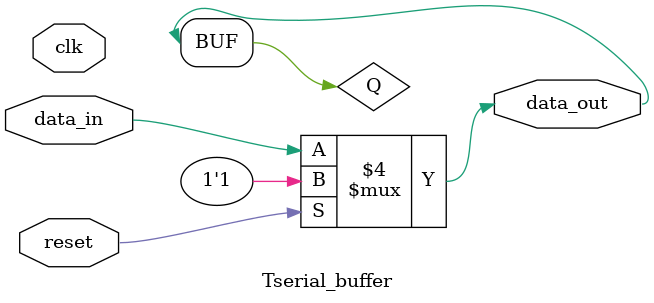
<source format=v>
/*	Joanna Mazer
	EE 371 Peckol Winter 2016
	Project 3: Extending a Microprocessor
	serial_buffer.v
	
	This verilog module functions as a simple buffer
	to provide additional signal integrity to the serial 
	input and to the serial output of the system.
*/

module Tserial_buffer (clk, reset, data_in, data_out);
	input 	clk, reset, data_in;
	output 	data_out; 

	reg Q;
	
	assign data_out = Q; 

	initial begin 
		Q = 1'b1;
	end 

	always @(*) begin
		if (reset) begin
			Q <= 1'b1;			
		end
		else begin
			Q <= data_in;
		end
	end

endmodule 
</source>
